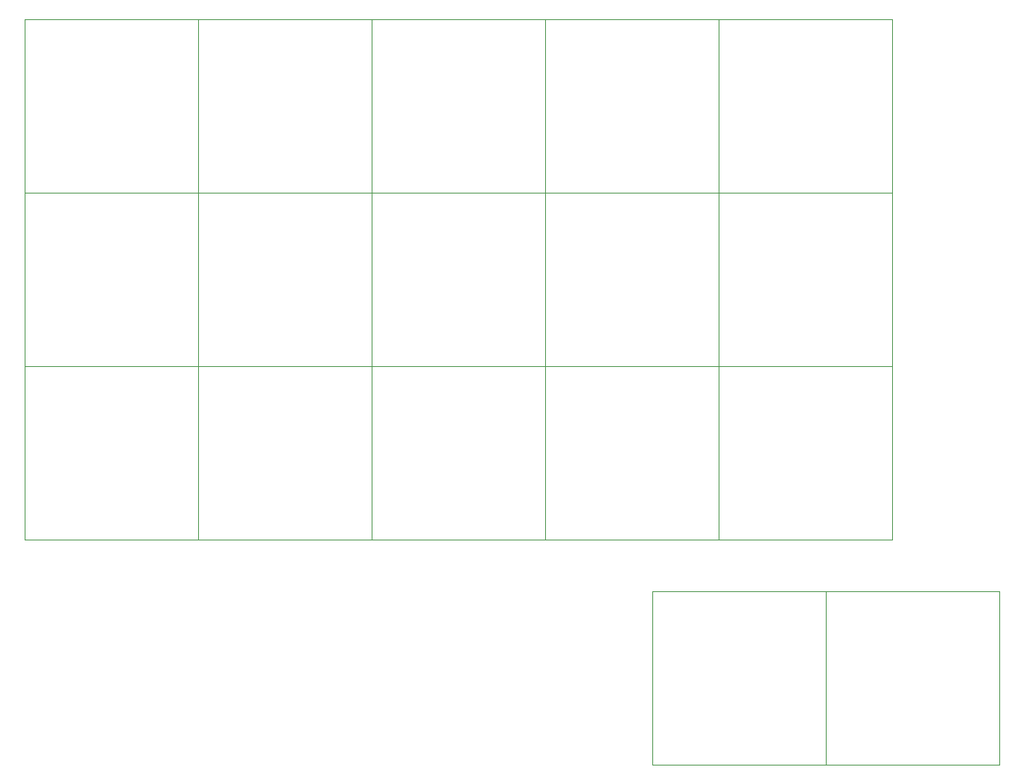
<source format=gbr>
%TF.GenerationSoftware,KiCad,Pcbnew,8.0.7*%
%TF.CreationDate,2025-01-05T02:21:24-08:00*%
%TF.ProjectId,risha,72697368-612e-46b6-9963-61645f706362,v1.0.0*%
%TF.SameCoordinates,Original*%
%TF.FileFunction,OtherDrawing,Comment*%
%FSLAX46Y46*%
G04 Gerber Fmt 4.6, Leading zero omitted, Abs format (unit mm)*
G04 Created by KiCad (PCBNEW 8.0.7) date 2025-01-05 02:21:24*
%MOMM*%
%LPD*%
G01*
G04 APERTURE LIST*
%ADD10C,0.120000*%
G04 APERTURE END LIST*
D10*
%TO.C,MX8*%
X123825000Y-66675000D02*
X123825000Y-85725000D01*
X123825000Y-85725000D02*
X142875000Y-85725000D01*
X142875000Y-66675000D02*
X123825000Y-66675000D01*
X142875000Y-85725000D02*
X142875000Y-66675000D01*
%TO.C,MX17*%
X173675000Y-110490000D02*
X173675000Y-129540000D01*
X173675000Y-129540000D02*
X192725000Y-129540000D01*
X192725000Y-110490000D02*
X173675000Y-110490000D01*
X192725000Y-129540000D02*
X192725000Y-110490000D01*
%TO.C,MX4*%
X104775000Y-85725000D02*
X104775000Y-104775000D01*
X104775000Y-104775000D02*
X123825000Y-104775000D01*
X123825000Y-85725000D02*
X104775000Y-85725000D01*
X123825000Y-104775000D02*
X123825000Y-85725000D01*
%TO.C,MX10*%
X142875000Y-85725000D02*
X142875000Y-104775000D01*
X142875000Y-104775000D02*
X161925000Y-104775000D01*
X161925000Y-85725000D02*
X142875000Y-85725000D01*
X161925000Y-104775000D02*
X161925000Y-85725000D01*
%TO.C,MX3*%
X85725000Y-47625000D02*
X85725000Y-66675000D01*
X85725000Y-66675000D02*
X104775000Y-66675000D01*
X104775000Y-47625000D02*
X85725000Y-47625000D01*
X104775000Y-66675000D02*
X104775000Y-47625000D01*
%TO.C,MX12*%
X142875000Y-47625000D02*
X142875000Y-66675000D01*
X142875000Y-66675000D02*
X161925000Y-66675000D01*
X161925000Y-47625000D02*
X142875000Y-47625000D01*
X161925000Y-66675000D02*
X161925000Y-47625000D01*
%TO.C,MX14*%
X161925000Y-66675000D02*
X161925000Y-85725000D01*
X161925000Y-85725000D02*
X180975000Y-85725000D01*
X180975000Y-66675000D02*
X161925000Y-66675000D01*
X180975000Y-85725000D02*
X180975000Y-66675000D01*
%TO.C,MX9*%
X123825000Y-47625000D02*
X123825000Y-66675000D01*
X123825000Y-66675000D02*
X142875000Y-66675000D01*
X142875000Y-47625000D02*
X123825000Y-47625000D01*
X142875000Y-66675000D02*
X142875000Y-47625000D01*
%TO.C,MX15*%
X161925000Y-47625000D02*
X161925000Y-66675000D01*
X161925000Y-66675000D02*
X180975000Y-66675000D01*
X180975000Y-47625000D02*
X161925000Y-47625000D01*
X180975000Y-66675000D02*
X180975000Y-47625000D01*
%TO.C,MX13*%
X161925000Y-85725000D02*
X161925000Y-104775000D01*
X161925000Y-104775000D02*
X180975000Y-104775000D01*
X180975000Y-85725000D02*
X161925000Y-85725000D01*
X180975000Y-104775000D02*
X180975000Y-85725000D01*
%TO.C,MX7*%
X123825000Y-85725000D02*
X123825000Y-104775000D01*
X123825000Y-104775000D02*
X142875000Y-104775000D01*
X142875000Y-85725000D02*
X123825000Y-85725000D01*
X142875000Y-104775000D02*
X142875000Y-85725000D01*
%TO.C,MX5*%
X104775000Y-66675000D02*
X104775000Y-85725000D01*
X104775000Y-85725000D02*
X123825000Y-85725000D01*
X123825000Y-66675000D02*
X104775000Y-66675000D01*
X123825000Y-85725000D02*
X123825000Y-66675000D01*
%TO.C,MX6*%
X104775000Y-47625000D02*
X104775000Y-66675000D01*
X104775000Y-66675000D02*
X123825000Y-66675000D01*
X123825000Y-47625000D02*
X104775000Y-47625000D01*
X123825000Y-66675000D02*
X123825000Y-47625000D01*
%TO.C,MX16*%
X154625000Y-110490000D02*
X154625000Y-129540000D01*
X154625000Y-129540000D02*
X173675000Y-129540000D01*
X173675000Y-110490000D02*
X154625000Y-110490000D01*
X173675000Y-129540000D02*
X173675000Y-110490000D01*
%TO.C,MX1*%
X85725000Y-85725000D02*
X85725000Y-104775000D01*
X85725000Y-104775000D02*
X104775000Y-104775000D01*
X104775000Y-85725000D02*
X85725000Y-85725000D01*
X104775000Y-104775000D02*
X104775000Y-85725000D01*
%TO.C,MX2*%
X85725000Y-66675000D02*
X85725000Y-85725000D01*
X85725000Y-85725000D02*
X104775000Y-85725000D01*
X104775000Y-66675000D02*
X85725000Y-66675000D01*
X104775000Y-85725000D02*
X104775000Y-66675000D01*
%TO.C,MX11*%
X142875000Y-66675000D02*
X142875000Y-85725000D01*
X142875000Y-85725000D02*
X161925000Y-85725000D01*
X161925000Y-66675000D02*
X142875000Y-66675000D01*
X161925000Y-85725000D02*
X161925000Y-66675000D01*
%TD*%
M02*

</source>
